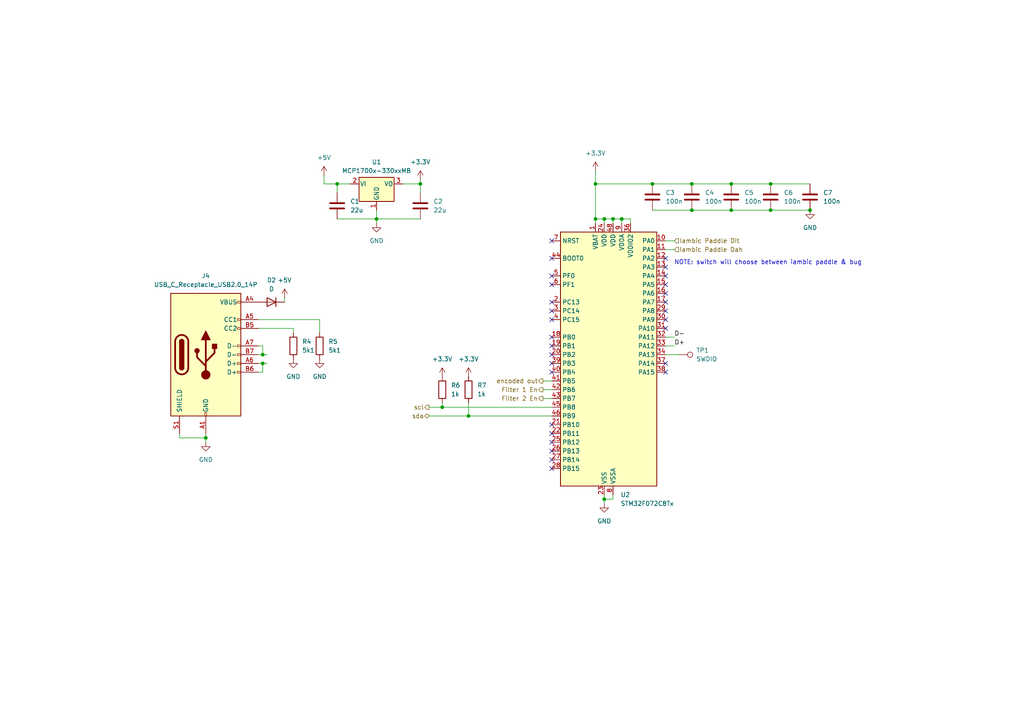
<source format=kicad_sch>
(kicad_sch (version 20231120) (generator "eeschema") (generator_version "8.0")
  (paper "A4")
  (lib_symbols
    (symbol "Connector:TestPoint" (pin_numbers hide) (pin_names (offset 0.762) hide)
      (property "Reference" "TP" (at 0 6.858 0))
      (property "Value" "TestPoint" (at 0 5.08 0))
      (symbol "TestPoint_0_1"
        (circle (center 0 3.302) (radius 0.762))
      )
      (symbol "TestPoint_1_1"
        (pin passive line (at 0 0 90) (length 2.54) (name "1") (number "1"))
      )
    )
    (symbol "Connector:USB_C_Receptacle_USB2.0_14P" (pin_names (offset 1.016))
      (property "Reference" "J" (at 0 22.225 0))
      (property "Value" "USB_C_Receptacle_USB2.0_14P" (at 0 19.685 0))
      (symbol "USB_C_Receptacle_USB2.0_14P_0_0"
        (rectangle (start -0.254 -17.78) (end 0.254 -16.764))
        (rectangle (start 10.16 -4.826) (end 9.144 -5.334))
        (rectangle (start 10.16 -2.286) (end 9.144 -2.794))
        (rectangle (start 10.16 0.254) (end 9.144 -0.254))
        (rectangle (start 10.16 2.794) (end 9.144 2.286))
        (rectangle (start 10.16 7.874) (end 9.144 7.366))
        (rectangle (start 10.16 10.414) (end 9.144 9.906))
        (rectangle (start 10.16 15.494) (end 9.144 14.986))
      )
      (symbol "USB_C_Receptacle_USB2.0_14P_0_1"
        (rectangle (start -10.16 17.78) (end 10.16 -17.78) (stroke (width 0.254)) (fill (type background)))
        (arc (start -8.89 -3.81) (mid -6.985 -5.7067) (end -5.08 -3.81) (stroke (width 0.508)))
        (arc (start -7.62 -3.81) (mid -6.985 -4.4423) (end -6.35 -3.81) (stroke (width 0.254)))
        (arc (start -7.62 -3.81) (mid -6.985 -4.4423) (end -6.35 -3.81) (stroke (width 0.254)) (fill (type outline)))
        (rectangle (start -7.62 -3.81) (end -6.35 3.81) (stroke (width 0.254)) (fill (type outline)))
        (arc (start -6.35 3.81) (mid -6.985 4.4423) (end -7.62 3.81) (stroke (width 0.254)))
        (arc (start -6.35 3.81) (mid -6.985 4.4423) (end -7.62 3.81) (stroke (width 0.254)) (fill (type outline)))
        (arc (start -5.08 3.81) (mid -6.985 5.7067) (end -8.89 3.81) (stroke (width 0.508)))
        (circle (center -2.54 1.143) (radius 0.635) (stroke (width 0.254)) (fill (type outline)))
        (circle (center 0 -5.842) (radius 1.27) (fill (type outline)))
        (polyline (pts (xy -8.89 -3.81) (xy -8.89 3.81)) (stroke (width 0.508)))
        (polyline (pts (xy -5.08 3.81) (xy -5.08 -3.81)) (stroke (width 0.508)))
        (polyline (pts (xy 0 -5.842) (xy 0 4.318)) (stroke (width 0.508)))
        (polyline (pts (xy 0 -3.302) (xy -2.54 -0.762) (xy -2.54 0.508)) (stroke (width 0.508)))
        (polyline (pts (xy 0 -2.032) (xy 2.54 0.508) (xy 2.54 1.778)) (stroke (width 0.508)))
        (polyline (pts (xy -1.27 4.318) (xy 0 6.858) (xy 1.27 4.318) (xy -1.27 4.318)) (stroke (width 0.254)) (fill (type outline)))
        (rectangle (start 1.905 1.778) (end 3.175 3.048) (stroke (width 0.254)) (fill (type outline)))
      )
      (symbol "USB_C_Receptacle_USB2.0_14P_1_1"
        (pin passive line (at 0 -22.86 90) (length 5.08) (name "GND") (number "A1"))
        (pin passive line (at 0 -22.86 90) (length 5.08) hide (name "GND") (number "A12"))
        (pin passive line (at 15.24 15.24 180) (length 5.08) (name "VBUS") (number "A4"))
        (pin bidirectional line (at 15.24 10.16 180) (length 5.08) (name "CC1") (number "A5"))
        (pin bidirectional line (at 15.24 -2.54 180) (length 5.08) (name "D+") (number "A6"))
        (pin bidirectional line (at 15.24 2.54 180) (length 5.08) (name "D-") (number "A7"))
        (pin passive line (at 15.24 15.24 180) (length 5.08) hide (name "VBUS") (number "A9"))
        (pin passive line (at 0 -22.86 90) (length 5.08) hide (name "GND") (number "B1"))
        (pin passive line (at 0 -22.86 90) (length 5.08) hide (name "GND") (number "B12"))
        (pin passive line (at 15.24 15.24 180) (length 5.08) hide (name "VBUS") (number "B4"))
        (pin bidirectional line (at 15.24 7.62 180) (length 5.08) (name "CC2") (number "B5"))
        (pin bidirectional line (at 15.24 -5.08 180) (length 5.08) (name "D+") (number "B6"))
        (pin bidirectional line (at 15.24 0 180) (length 5.08) (name "D-") (number "B7"))
        (pin passive line (at 15.24 15.24 180) (length 5.08) hide (name "VBUS") (number "B9"))
        (pin passive line (at -7.62 -22.86 90) (length 5.08) (name "SHIELD") (number "S1"))
      )
    )
    (symbol "Device:C" (pin_numbers hide) (pin_names (offset 0.254))
      (property "Reference" "C" (at 0.635 2.54 0))
      (property "Value" "C" (at 0.635 -2.54 0))
      (symbol "C_0_1"
        (polyline (pts (xy -2.032 -0.762) (xy 2.032 -0.762)) (stroke (width 0.508)))
        (polyline (pts (xy -2.032 0.762) (xy 2.032 0.762)) (stroke (width 0.508)))
      )
      (symbol "C_1_1"
        (pin passive line (at 0 3.81 270) (length 2.794) (name "~") (number "1"))
        (pin passive line (at 0 -3.81 90) (length 2.794) (name "~") (number "2"))
      )
    )
    (symbol "Device:D" (pin_numbers hide) (pin_names (offset 1.016) hide)
      (property "Reference" "D" (at 0 2.54 0))
      (property "Value" "D" (at 0 -2.54 0))
      (symbol "D_0_1"
        (polyline (pts (xy -1.27 1.27) (xy -1.27 -1.27)) (stroke (width 0.254)))
        (polyline (pts (xy 1.27 0) (xy -1.27 0)))
        (polyline (pts (xy 1.27 1.27) (xy 1.27 -1.27) (xy -1.27 0) (xy 1.27 1.27)) (stroke (width 0.254)))
      )
      (symbol "D_1_1"
        (pin passive line (at -3.81 0 0) (length 2.54) (name "K") (number "1"))
        (pin passive line (at 3.81 0 180) (length 2.54) (name "A") (number "2"))
      )
    )
    (symbol "Device:R" (pin_numbers hide) (pin_names (offset 0))
      (property "Reference" "R" (at 2.032 0 90))
      (property "Value" "R" (at 0 0 90))
      (symbol "R_0_1"
        (rectangle (start -1.016 -2.54) (end 1.016 2.54) (stroke (width 0.254)))
      )
      (symbol "R_1_1"
        (pin passive line (at 0 3.81 270) (length 1.27) (name "~") (number "1"))
        (pin passive line (at 0 -3.81 90) (length 1.27) (name "~") (number "2"))
      )
    )
    (symbol "MCU_ST_STM32F0:STM32F072C8Tx"
      (property "Reference" "U" (at -12.7 39.37 0))
      (property "Value" "STM32F072C8Tx" (at 10.16 39.37 0))
      (symbol "STM32F072C8Tx_0_1"
        (rectangle (start -12.7 -35.56) (end 15.24 38.1) (stroke (width 0.254)) (fill (type background)))
      )
      (symbol "STM32F072C8Tx_1_1"
        (pin power_in line (at -2.54 40.64 270) (length 2.54) (name "VBAT") (number "1"))
        (pin bidirectional line (at 17.78 35.56 180) (length 2.54) (name "PA0") (number "10"))
        (pin bidirectional line (at 17.78 33.02 180) (length 2.54) (name "PA1") (number "11"))
        (pin bidirectional line (at 17.78 30.48 180) (length 2.54) (name "PA2") (number "12"))
        (pin bidirectional line (at 17.78 27.94 180) (length 2.54) (name "PA3") (number "13"))
        (pin bidirectional line (at 17.78 25.4 180) (length 2.54) (name "PA4") (number "14"))
        (pin bidirectional line (at 17.78 22.86 180) (length 2.54) (name "PA5") (number "15"))
        (pin bidirectional line (at 17.78 20.32 180) (length 2.54) (name "PA6") (number "16"))
        (pin bidirectional line (at 17.78 17.78 180) (length 2.54) (name "PA7") (number "17"))
        (pin bidirectional line (at -15.24 7.62 0) (length 2.54) (name "PB0") (number "18"))
        (pin bidirectional line (at -15.24 5.08 0) (length 2.54) (name "PB1") (number "19"))
        (pin bidirectional line (at -15.24 17.78 0) (length 2.54) (name "PC13") (number "2"))
        (pin bidirectional line (at -15.24 2.54 0) (length 2.54) (name "PB2") (number "20"))
        (pin bidirectional line (at -15.24 -17.78 0) (length 2.54) (name "PB10") (number "21"))
        (pin bidirectional line (at -15.24 -20.32 0) (length 2.54) (name "PB11") (number "22"))
        (pin power_in line (at 0 -38.1 90) (length 2.54) (name "VSS") (number "23"))
        (pin power_in line (at 0 40.64 270) (length 2.54) (name "VDD") (number "24"))
        (pin bidirectional line (at -15.24 -22.86 0) (length 2.54) (name "PB12") (number "25"))
        (pin bidirectional line (at -15.24 -25.4 0) (length 2.54) (name "PB13") (number "26"))
        (pin bidirectional line (at -15.24 -27.94 0) (length 2.54) (name "PB14") (number "27"))
        (pin bidirectional line (at -15.24 -30.48 0) (length 2.54) (name "PB15") (number "28"))
        (pin bidirectional line (at 17.78 15.24 180) (length 2.54) (name "PA8") (number "29"))
        (pin bidirectional line (at -15.24 15.24 0) (length 2.54) (name "PC14") (number "3"))
        (pin bidirectional line (at 17.78 12.7 180) (length 2.54) (name "PA9") (number "30"))
        (pin bidirectional line (at 17.78 10.16 180) (length 2.54) (name "PA10") (number "31"))
        (pin bidirectional line (at 17.78 7.62 180) (length 2.54) (name "PA11") (number "32"))
        (pin bidirectional line (at 17.78 5.08 180) (length 2.54) (name "PA12") (number "33"))
        (pin bidirectional line (at 17.78 2.54 180) (length 2.54) (name "PA13") (number "34"))
        (pin passive line (at 0 -38.1 90) (length 2.54) hide (name "VSS") (number "35"))
        (pin power_in line (at 7.62 40.64 270) (length 2.54) (name "VDDIO2") (number "36"))
        (pin bidirectional line (at 17.78 0 180) (length 2.54) (name "PA14") (number "37"))
        (pin bidirectional line (at 17.78 -2.54 180) (length 2.54) (name "PA15") (number "38"))
        (pin bidirectional line (at -15.24 0 0) (length 2.54) (name "PB3") (number "39"))
        (pin bidirectional line (at -15.24 12.7 0) (length 2.54) (name "PC15") (number "4"))
        (pin bidirectional line (at -15.24 -2.54 0) (length 2.54) (name "PB4") (number "40"))
        (pin bidirectional line (at -15.24 -5.08 0) (length 2.54) (name "PB5") (number "41"))
        (pin bidirectional line (at -15.24 -7.62 0) (length 2.54) (name "PB6") (number "42"))
        (pin bidirectional line (at -15.24 -10.16 0) (length 2.54) (name "PB7") (number "43"))
        (pin input line (at -15.24 30.48 0) (length 2.54) (name "BOOT0") (number "44"))
        (pin bidirectional line (at -15.24 -12.7 0) (length 2.54) (name "PB8") (number "45"))
        (pin bidirectional line (at -15.24 -15.24 0) (length 2.54) (name "PB9") (number "46"))
        (pin passive line (at 0 -38.1 90) (length 2.54) hide (name "VSS") (number "47"))
        (pin power_in line (at 2.54 40.64 270) (length 2.54) (name "VDD") (number "48"))
        (pin bidirectional line (at -15.24 25.4 0) (length 2.54) (name "PF0") (number "5"))
        (pin bidirectional line (at -15.24 22.86 0) (length 2.54) (name "PF1") (number "6"))
        (pin input line (at -15.24 35.56 0) (length 2.54) (name "NRST") (number "7"))
        (pin power_in line (at 2.54 -38.1 90) (length 2.54) (name "VSSA") (number "8"))
        (pin power_in line (at 5.08 40.64 270) (length 2.54) (name "VDDA") (number "9"))
      )
    )
    (symbol "Regulator_Linear:MCP1700x-330xxMB" (pin_names (offset 0.254))
      (property "Reference" "U" (at -3.81 3.175 0))
      (property "Value" "MCP1700x-330xxMB" (at 0 3.175 0))
      (symbol "MCP1700x-330xxMB_0_1"
        (rectangle (start -5.08 -5.08) (end 5.08 1.905) (stroke (width 0.254)) (fill (type background)))
      )
      (symbol "MCP1700x-330xxMB_1_1"
        (pin power_in line (at 0 -7.62 90) (length 2.54) (name "GND") (number "1"))
        (pin power_in line (at -7.62 0 0) (length 2.54) (name "VI") (number "2"))
        (pin power_out line (at 7.62 0 180) (length 2.54) (name "VO") (number "3"))
      )
    )
    (symbol "power:+3.3V" (power) (pin_numbers hide) (pin_names (offset 0) hide)
      (property "Value" "+3.3V" (at 0 3.556 0))
      (symbol "+3.3V_0_1"
        (polyline (pts (xy -0.762 1.27) (xy 0 2.54)))
        (polyline (pts (xy 0 0) (xy 0 2.54)))
        (polyline (pts (xy 0 2.54) (xy 0.762 1.27)))
      )
      (symbol "+3.3V_1_1"
        (pin power_in line (at 0 0 90) (length 0) (name "~") (number "1"))
      )
    )
    (symbol "power:+5V" (power) (pin_numbers hide) (pin_names (offset 0) hide)
      (property "Value" "+5V" (at 0 3.556 0))
      (symbol "+5V_0_1"
        (polyline (pts (xy -0.762 1.27) (xy 0 2.54)))
        (polyline (pts (xy 0 0) (xy 0 2.54)))
        (polyline (pts (xy 0 2.54) (xy 0.762 1.27)))
      )
      (symbol "+5V_1_1"
        (pin power_in line (at 0 0 90) (length 0) (name "~") (number "1"))
      )
    )
    (symbol "power:GND" (power) (pin_numbers hide) (pin_names (offset 0) hide)
      (property "Value" "GND" (at 0 -3.81 0))
      (symbol "GND_0_1"
        (polyline (pts (xy 0 0) (xy 0 -1.27) (xy 1.27 -1.27) (xy 0 -2.54) (xy -1.27 -1.27) (xy 0 -1.27)))
      )
      (symbol "GND_1_1"
        (pin power_in line (at 0 0 270) (length 0) (name "~") (number "1"))
      )
    )
  )
  (junction (at 212.09 53.34))
  (junction (at 172.72 63.5))
  (junction (at 135.89 120.65))
  (junction (at 200.66 53.34))
  (junction (at 128.27 118.11))
  (junction (at 76.2 102.87))
  (junction (at 121.92 53.34))
  (junction (at 76.2 105.41))
  (junction (at 200.66 60.96))
  (junction (at 97.79 53.34))
  (junction (at 234.95 60.96))
  (junction (at 109.22 63.5))
  (junction (at 175.26 144.78))
  (junction (at 175.26 63.5))
  (junction (at 223.52 60.96))
  (junction (at 223.52 53.34))
  (junction (at 212.09 60.96))
  (junction (at 172.72 53.34))
  (junction (at 180.34 63.5))
  (junction (at 189.23 53.34))
  (junction (at 59.69 127))
  (junction (at 177.8 63.5))
  (no_connect (at 193.04 95.25))
  (no_connect (at 193.04 105.41))
  (no_connect (at 160.02 97.79))
  (no_connect (at 193.04 82.55))
  (no_connect (at 160.02 100.33))
  (no_connect (at 193.04 87.63))
  (no_connect (at 160.02 87.63))
  (no_connect (at 160.02 80.01))
  (no_connect (at 160.02 107.95))
  (no_connect (at 193.04 85.09))
  (no_connect (at 160.02 133.35))
  (no_connect (at 160.02 128.27))
  (no_connect (at 160.02 82.55))
  (no_connect (at 160.02 123.19))
  (no_connect (at 160.02 92.71))
  (no_connect (at 160.02 130.81))
  (no_connect (at 193.04 74.93))
  (no_connect (at 193.04 80.01))
  (no_connect (at 193.04 77.47))
  (no_connect (at 193.04 107.95))
  (no_connect (at 160.02 74.93))
  (no_connect (at 193.04 92.71))
  (no_connect (at 160.02 69.85))
  (no_connect (at 193.04 90.17))
  (no_connect (at 160.02 125.73))
  (no_connect (at 160.02 90.17))
  (no_connect (at 160.02 105.41))
  (no_connect (at 160.02 102.87))
  (no_connect (at 160.02 135.89))
  (wire (pts (xy 74.93 102.87) (xy 76.2 102.87)))
  (wire (pts (xy 76.2 102.87) (xy 77.47 102.87)))
  (wire (pts (xy 135.89 116.84) (xy 135.89 120.65)))
  (wire (pts (xy 223.52 60.96) (xy 234.95 60.96)))
  (wire (pts (xy 200.66 53.34) (xy 212.09 53.34)))
  (wire (pts (xy 109.22 63.5) (xy 121.92 63.5)))
  (wire (pts (xy 172.72 63.5) (xy 172.72 64.77)))
  (wire (pts (xy 200.66 60.96) (xy 212.09 60.96)))
  (wire (pts (xy 59.69 127) (xy 59.69 128.27)))
  (wire (pts (xy 124.46 120.65) (xy 135.89 120.65)))
  (wire (pts (xy 97.79 53.34) (xy 101.6 53.34)))
  (wire (pts (xy 175.26 143.51) (xy 175.26 144.78)))
  (wire (pts (xy 128.27 118.11) (xy 160.02 118.11)))
  (wire (pts (xy 74.93 100.33) (xy 76.2 100.33)))
  (wire (pts (xy 157.48 110.49) (xy 160.02 110.49)))
  (wire (pts (xy 74.93 92.71) (xy 92.71 92.71)))
  (wire (pts (xy 177.8 64.77) (xy 177.8 63.5)))
  (wire (pts (xy 189.23 60.96) (xy 200.66 60.96)))
  (wire (pts (xy 109.22 63.5) (xy 109.22 64.77)))
  (wire (pts (xy 175.26 63.5) (xy 177.8 63.5)))
  (wire (pts (xy 177.8 143.51) (xy 177.8 144.78)))
  (wire (pts (xy 175.26 144.78) (xy 175.26 146.05)))
  (wire (pts (xy 157.48 113.03) (xy 160.02 113.03)))
  (wire (pts (xy 177.8 144.78) (xy 175.26 144.78)))
  (wire (pts (xy 128.27 116.84) (xy 128.27 118.11)))
  (wire (pts (xy 52.07 127) (xy 59.69 127)))
  (wire (pts (xy 195.58 72.39) (xy 193.04 72.39)))
  (wire (pts (xy 97.79 63.5) (xy 109.22 63.5)))
  (wire (pts (xy 212.09 53.34) (xy 223.52 53.34)))
  (wire (pts (xy 52.07 125.73) (xy 52.07 127)))
  (wire (pts (xy 121.92 53.34) (xy 121.92 55.88)))
  (wire (pts (xy 135.89 120.65) (xy 160.02 120.65)))
  (wire (pts (xy 193.04 102.87) (xy 196.85 102.87)))
  (wire (pts (xy 212.09 60.96) (xy 223.52 60.96)))
  (wire (pts (xy 92.71 92.71) (xy 92.71 96.52)))
  (wire (pts (xy 172.72 49.53) (xy 172.72 53.34)))
  (wire (pts (xy 116.84 53.34) (xy 121.92 53.34)))
  (wire (pts (xy 74.93 107.95) (xy 76.2 107.95)))
  (wire (pts (xy 74.93 105.41) (xy 76.2 105.41)))
  (wire (pts (xy 193.04 100.33) (xy 195.58 100.33)))
  (wire (pts (xy 121.92 53.34) (xy 121.92 52.07)))
  (wire (pts (xy 223.52 53.34) (xy 234.95 53.34)))
  (wire (pts (xy 177.8 63.5) (xy 180.34 63.5)))
  (wire (pts (xy 175.26 63.5) (xy 172.72 63.5)))
  (wire (pts (xy 175.26 64.77) (xy 175.26 63.5)))
  (wire (pts (xy 74.93 95.25) (xy 85.09 95.25)))
  (wire (pts (xy 180.34 64.77) (xy 180.34 63.5)))
  (wire (pts (xy 182.88 63.5) (xy 180.34 63.5)))
  (wire (pts (xy 182.88 64.77) (xy 182.88 63.5)))
  (wire (pts (xy 157.48 115.57) (xy 160.02 115.57)))
  (wire (pts (xy 76.2 105.41) (xy 77.47 105.41)))
  (wire (pts (xy 189.23 53.34) (xy 200.66 53.34)))
  (wire (pts (xy 76.2 100.33) (xy 76.2 102.87)))
  (wire (pts (xy 172.72 53.34) (xy 189.23 53.34)))
  (wire (pts (xy 109.22 60.96) (xy 109.22 63.5)))
  (wire (pts (xy 172.72 53.34) (xy 172.72 63.5)))
  (wire (pts (xy 76.2 107.95) (xy 76.2 105.41)))
  (wire (pts (xy 97.79 53.34) (xy 97.79 55.88)))
  (wire (pts (xy 82.55 86.36) (xy 82.55 87.63)))
  (wire (pts (xy 93.98 53.34) (xy 97.79 53.34)))
  (wire (pts (xy 59.69 125.73) (xy 59.69 127)))
  (wire (pts (xy 85.09 95.25) (xy 85.09 96.52)))
  (wire (pts (xy 124.46 118.11) (xy 128.27 118.11)))
  (wire (pts (xy 195.58 69.85) (xy 193.04 69.85)))
  (wire (pts (xy 193.04 97.79) (xy 195.58 97.79)))
  (wire (pts (xy 93.98 50.8) (xy 93.98 53.34)))
  (text "NOTE: switch will choose between iambic paddle & bug" (at 222.758 76.2 0) (effects (font (size 1.27 1.27))))
  (label "D+" (at 195.58 100.33 0))
  (label "D-" (at 195.58 97.79 0))
  (hierarchical_label "encoded out" (shape output) (at 157.48 110.49 180))
  (hierarchical_label "Iambic Paddle Dah" (shape input) (at 195.58 72.39 0))
  (hierarchical_label "Filter 1 En" (shape output) (at 157.48 113.03 180))
  (hierarchical_label "Filter 2 En" (shape output) (at 157.48 115.57 180))
  (hierarchical_label "scl" (shape output) (at 124.46 118.11 180))
  (hierarchical_label "Iambic Paddle Dit" (shape input) (at 195.58 69.85 0))
  (hierarchical_label "sda" (shape bidirectional) (at 124.46 120.65 180))
  (symbol (lib_id "Device:R") (at 135.89 113.03 0) (unit 1)
    (property "Reference" "R7" (at 138.43 111.7599 0) (effects (justify left)))
    (property "Value" "1k" (at 138.43 114.2999 0) (effects (justify left)))
    (property "Footprint" "Resistor_SMD:R_0603_1608Metric" (effects (hide yes)))
    (property "Description" "Resistor" (effects (hide yes)))
  )
  (symbol (lib_id "Device:C") (at 212.09 57.15 0) (unit 1)
    (property "Reference" "C5" (at 215.9 55.8799 0) (effects (justify left)))
    (property "Value" "100n" (at 215.9 58.4199 0) (effects (justify left)))
    (property "Description" "Unpolarized capacitor" (effects (hide yes)))
  )
  (symbol (lib_id "Regulator_Linear:MCP1700x-330xxMB") (at 109.22 53.34 0) (unit 1)
    (property "Reference" "U1" (at 109.22 46.99 0))
    (property "Value" "MCP1700x-330xxMB" (at 109.22 49.53 0))
    (property "Datasheet" "http://ww1.microchip.com/downloads/en/DeviceDoc/20001826D.pdf" (effects (hide yes)))
    (property "Description" "250mA Low Quiscent Current LDO, 3.3V output, SOT-89" (effects (hide yes)))
  )
  (symbol (lib_id "power:+5V") (at 93.98 50.8 0) (unit 1)
    (property "Reference" "#PWR015" (effects (hide yes)))
    (property "Value" "+5V" (at 93.98 45.72 0))
    (property "Description" "Power symbol creates a global label with name \"+5V\"" (effects (hide yes)))
  )
  (symbol (lib_id "Device:C") (at 97.79 59.69 0) (unit 1)
    (property "Reference" "C1" (at 101.6 58.4199 0) (effects (justify left)))
    (property "Value" "22u" (at 101.6 60.9599 0) (effects (justify left)))
    (property "Footprint" "Capacitor_SMD:C_0603_1608Metric" (effects (hide yes)))
    (property "Description" "Unpolarized capacitor" (effects (hide yes)))
  )
  (symbol (lib_id "MCU_ST_STM32F0:STM32F072C8Tx") (at 175.26 105.41 0) (unit 1)
    (property "Reference" "U2" (at 179.9941 143.51 0) (effects (justify left)))
    (property "Value" "STM32F072C8Tx" (at 179.9941 146.05 0) (effects (justify left)))
    (property "Footprint" "Package_QFP:LQFP-48_7x7mm_P0.5mm" (effects (hide yes)))
    (property "Datasheet" "https://www.st.com/resource/en/datasheet/stm32f072c8.pdf" (effects (hide yes)))
    (property "Description" "STMicroelectronics Arm Cortex-M0 MCU, 64KB flash, 16KB RAM, 48 MHz, 2.0-3.6V, 37 GPIO, LQFP48" (effects (hide yes)))
  )
  (symbol (lib_id "power:+3.3V") (at 172.72 49.53 0) (unit 1)
    (property "Reference" "#PWR020" (effects (hide yes)))
    (property "Value" "+3.3V" (at 172.72 44.45 0))
    (property "Description" "Power symbol creates a global label with name \"+3.3V\"" (effects (hide yes)))
  )
  (symbol (lib_id "Device:C") (at 200.66 57.15 0) (unit 1)
    (property "Reference" "C4" (at 204.47 55.8799 0) (effects (justify left)))
    (property "Value" "100n" (at 204.47 58.4199 0) (effects (justify left)))
    (property "Description" "Unpolarized capacitor" (effects (hide yes)))
  )
  (symbol (lib_id "Device:D") (at 78.74 87.63 180) (unit 1)
    (property "Reference" "D2" (at 78.74 81.28 0))
    (property "Value" "D" (at 78.74 83.82 0))
    (property "Description" "Diode" (effects (hide yes)))
    (property "Sim.Device" "D" (effects (hide yes)))
    (property "Sim.Pins" "1=K 2=A" (effects (hide yes)))
  )
  (symbol (lib_id "Connector:USB_C_Receptacle_USB2.0_14P") (at 59.69 102.87 0) (unit 1)
    (property "Reference" "J4" (at 59.69 80.01 0))
    (property "Value" "USB_C_Receptacle_USB2.0_14P" (at 59.69 82.55 0))
    (property "Datasheet" "https://www.usb.org/sites/default/files/documents/usb_type-c.zip" (effects (hide yes)))
    (property "Description" "USB 2.0-only 14P Type-C Receptacle connector" (effects (hide yes)))
  )
  (symbol (lib_id "Device:C") (at 121.92 59.69 0) (unit 1)
    (property "Reference" "C2" (at 125.73 58.4199 0) (effects (justify left)))
    (property "Value" "22u" (at 125.73 60.9599 0) (effects (justify left)))
    (property "Footprint" "Capacitor_SMD:C_0603_1608Metric" (effects (hide yes)))
    (property "Description" "Unpolarized capacitor" (effects (hide yes)))
  )
  (symbol (lib_id "Device:R") (at 128.27 113.03 0) (unit 1)
    (property "Reference" "R6" (at 130.81 111.7599 0) (effects (justify left)))
    (property "Value" "1k" (at 130.81 114.2999 0) (effects (justify left)))
    (property "Footprint" "Resistor_SMD:R_0603_1608Metric" (effects (hide yes)))
    (property "Description" "Resistor" (effects (hide yes)))
  )
  (symbol (lib_id "power:GND") (at 175.26 146.05 0) (unit 1)
    (property "Reference" "#PWR021" (effects (hide yes)))
    (property "Value" "GND" (at 175.26 151.13 0))
    (property "Description" "Power symbol creates a global label with name \"GND\" , ground" (effects (hide yes)))
  )
  (symbol (lib_id "power:GND") (at 234.95 60.96 0) (unit 1)
    (property "Reference" "#PWR022" (effects (hide yes)))
    (property "Value" "GND" (at 234.95 66.04 0))
    (property "Description" "Power symbol creates a global label with name \"GND\" , ground" (effects (hide yes)))
  )
  (symbol (lib_id "power:+3.3V") (at 135.89 109.22 0) (unit 1)
    (property "Reference" "#PWR019" (effects (hide yes)))
    (property "Value" "+3.3V" (at 135.89 104.14 0))
    (property "Description" "Power symbol creates a global label with name \"+3.3V\"" (effects (hide yes)))
  )
  (symbol (lib_id "Device:R") (at 92.71 100.33 0) (unit 1)
    (property "Reference" "R5" (at 95.25 99.0599 0) (effects (justify left)))
    (property "Value" "5k1" (at 95.25 101.5999 0) (effects (justify left)))
    (property "Footprint" "Resistor_SMD:R_0603_1608Metric" (effects (hide yes)))
    (property "Description" "Resistor" (effects (hide yes)))
  )
  (symbol (lib_id "power:+3.3V") (at 128.27 109.22 0) (unit 1)
    (property "Reference" "#PWR018" (effects (hide yes)))
    (property "Value" "+3.3V" (at 128.27 104.14 0))
    (property "Description" "Power symbol creates a global label with name \"+3.3V\"" (effects (hide yes)))
  )
  (symbol (lib_id "Device:C") (at 189.23 57.15 0) (unit 1)
    (property "Reference" "C3" (at 193.04 55.8799 0) (effects (justify left)))
    (property "Value" "100n" (at 193.04 58.4199 0) (effects (justify left)))
    (property "Description" "Unpolarized capacitor" (effects (hide yes)))
  )
  (symbol (lib_id "power:+5V") (at 82.55 86.36 0) (unit 1)
    (property "Reference" "#PWR012" (effects (hide yes)))
    (property "Value" "+5V" (at 82.55 81.28 0))
    (property "Description" "Power symbol creates a global label with name \"+5V\"" (effects (hide yes)))
  )
  (symbol (lib_id "power:GND") (at 109.22 64.77 0) (unit 1)
    (property "Reference" "#PWR016" (effects (hide yes)))
    (property "Value" "GND" (at 109.22 69.85 0))
    (property "Description" "Power symbol creates a global label with name \"GND\" , ground" (effects (hide yes)))
  )
  (symbol (lib_id "Device:R") (at 85.09 100.33 0) (unit 1)
    (property "Reference" "R4" (at 87.63 99.0599 0) (effects (justify left)))
    (property "Value" "5k1" (at 87.63 101.5999 0) (effects (justify left)))
    (property "Footprint" "Resistor_SMD:R_0603_1608Metric" (effects (hide yes)))
    (property "Description" "Resistor" (effects (hide yes)))
  )
  (symbol (lib_id "power:+3.3V") (at 121.92 52.07 0) (unit 1)
    (property "Reference" "#PWR017" (effects (hide yes)))
    (property "Value" "+3.3V" (at 121.92 46.99 0))
    (property "Description" "Power symbol creates a global label with name \"+3.3V\"" (effects (hide yes)))
  )
  (symbol (lib_id "power:GND") (at 92.71 104.14 0) (unit 1)
    (property "Reference" "#PWR014" (effects (hide yes)))
    (property "Value" "GND" (at 92.71 109.22 0))
    (property "Description" "Power symbol creates a global label with name \"GND\" , ground" (effects (hide yes)))
  )
  (symbol (lib_id "power:GND") (at 59.69 128.27 0) (unit 1)
    (property "Reference" "#PWR011" (effects (hide yes)))
    (property "Value" "GND" (at 59.69 133.35 0))
    (property "Description" "Power symbol creates a global label with name \"GND\" , ground" (effects (hide yes)))
  )
  (symbol (lib_id "power:GND") (at 85.09 104.14 0) (unit 1)
    (property "Reference" "#PWR013" (effects (hide yes)))
    (property "Value" "GND" (at 85.09 109.22 0))
    (property "Description" "Power symbol creates a global label with name \"GND\" , ground" (effects (hide yes)))
  )
  (symbol (lib_id "Connector:TestPoint") (at 196.85 102.87 270) (unit 1)
    (property "Reference" "TP1" (at 201.93 101.5999 90) (effects (justify left)))
    (property "Value" "SWDIO" (at 201.93 104.1399 90) (effects (justify left)))
    (property "Description" "test point" (effects (hide yes)))
  )
  (symbol (lib_id "Device:C") (at 234.95 57.15 0) (unit 1)
    (property "Reference" "C7" (at 238.76 55.8799 0) (effects (justify left)))
    (property "Value" "100n" (at 238.76 58.4199 0) (effects (justify left)))
    (property "Description" "Unpolarized capacitor" (effects (hide yes)))
  )
  (symbol (lib_id "Device:C") (at 223.52 57.15 0) (unit 1)
    (property "Reference" "C6" (at 227.33 55.8799 0) (effects (justify left)))
    (property "Value" "100n" (at 227.33 58.4199 0) (effects (justify left)))
    (property "Description" "Unpolarized capacitor" (effects (hide yes)))
  )
)
</source>
